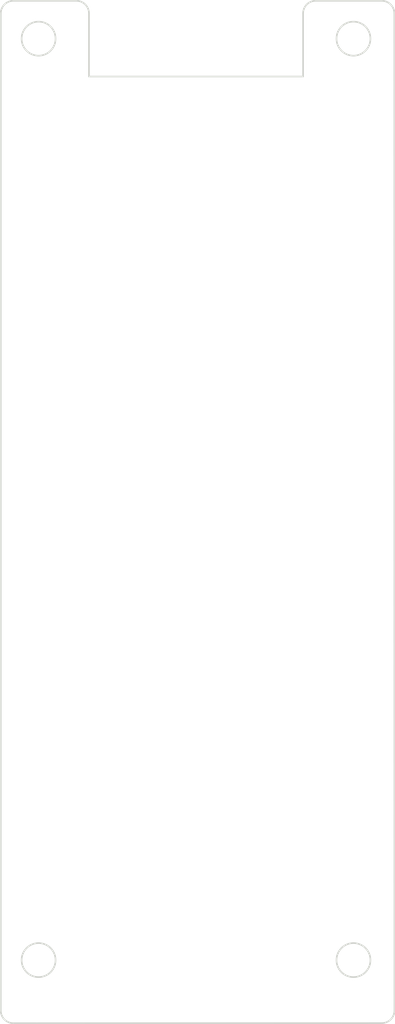
<source format=kicad_pcb>
(kicad_pcb (version 20221018) (generator pcbnew)
  (layers (0 "F.Cu" signal) (31 "B.Cu" signal) (34 "B.Paste" user) (35 "F.Paste" user) (36 "B.SilkS" user "B.Silkscreen") (37 "F.SilkS" user "F.Silkscreen") (38 "B.Mask" user) (39 "F.Mask" user) (44 "Edge.Cuts" user))
  (net 0 "")
  (footprint "cover:hole" (layer "F.Cu") (at 146.6188 128.5312)
    (fp_text reference "H14" hide)
    (fp_text value "MountingHole" hide)
    (fp_circle (center 0 0) (end 1.07 0) (stroke (width 0.1)) (fill none) (layer "Edge.Cuts"))
  )
  (footprint "cover:hole" (layer "F.Cu") (at 126.77505 128.5312)
    (fp_text reference "H13" hide)
    (fp_text value "MountingHole" hide)
    (fp_circle (center 0 0) (end 1.07 0) (stroke (width 0.1)) (fill none) (layer "Edge.Cuts"))
  )
  (footprint "cover:hole" (layer "F.Cu") (at 126.77505 70.58745)
    (fp_text reference "H12" hide)
    (fp_text value "MountingHole" hide)
    (fp_circle (center 0 0) (end 1.07 0) (stroke (width 0.1)) (fill none) (layer "Edge.Cuts"))
  )
  (footprint "cover:hole" (layer "F.Cu") (at 146.6188 70.58745)
    (fp_text reference "H11" hide)
    (fp_text value "MountingHole" hide)
    (fp_circle (center 0 0) (end 1.07 0) (stroke (width 0.1)) (fill none) (layer "Edge.Cuts"))
  )
  (gr_arc (start 125.18755 132.49995) (mid 124.62631 132.26744) (end 124.3938 131.7062) (stroke (width 0.1)) (layer "Edge.Cuts"))
  (gr_line (start 143.4438 72.9687) (end 143.4438 68.99995) (stroke (width 0.1)) (layer "Edge.Cuts"))
  (gr_line (start 124.3938 68.99995) (end 124.3938 131.7062) (stroke (width 0.1)) (layer "Edge.Cuts"))
  (gr_line (start 144.23755 68.2062) (end 148.4 68.2062) (stroke (width 0.1)) (layer "Edge.Cuts"))
  (gr_line (start 125.18755 132.49995) (end 148.40625 132.49375) (stroke (width 0.1)) (layer "Edge.Cuts"))
  (gr_arc (start 148.4 68.2062) (mid 148.961251 68.438699) (end 149.19375 68.99995) (stroke (width 0.1)) (layer "Edge.Cuts"))
  (gr_line (start 149.2 131.7) (end 149.19375 68.99995) (stroke (width 0.1)) (layer "Edge.Cuts"))
  (gr_line (start 129.95005 72.9687) (end 143.4438 72.9687) (stroke (width 0.1)) (layer "Edge.Cuts"))
  (gr_arc (start 129.1563 68.2062) (mid 129.717578 68.438672) (end 129.95005 68.99995) (stroke (width 0.1)) (layer "Edge.Cuts"))
  (gr_arc (start 143.4438 68.99995) (mid 143.676299 68.438699) (end 144.23755 68.2062) (stroke (width 0.1)) (layer "Edge.Cuts"))
  (gr_arc (start 149.2 131.7) (mid 148.96749 132.26124) (end 148.40625 132.49375) (stroke (width 0.1)) (layer "Edge.Cuts"))
  (gr_line (start 129.95005 68.99995) (end 129.95005 72.9687) (stroke (width 0.1)) (layer "Edge.Cuts"))
  (gr_line (start 129.1563 68.2062) (end 125.18755 68.2062) (stroke (width 0.1)) (layer "Edge.Cuts"))
  (gr_arc (start 124.3938 68.99995) (mid 124.626299 68.438699) (end 125.18755 68.2062) (stroke (width 0.1)) (layer "Edge.Cuts"))
)
</source>
